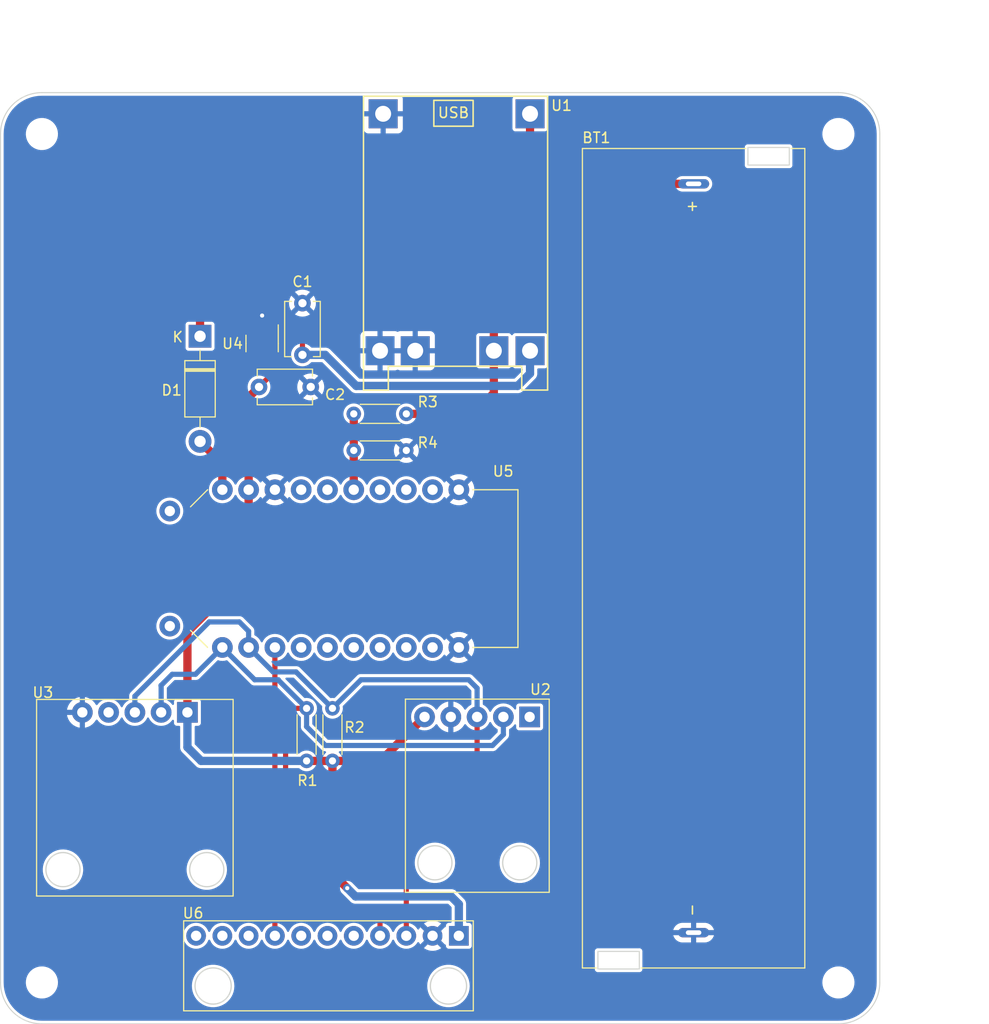
<source format=kicad_pcb>
(kicad_pcb (version 20211014) (generator pcbnew)
  (layers (0 "F.Cu" signal) (31 "B.Cu" power) (34 "B.Paste" user) (35 "F.Paste" user) (36 "B.SilkS" user "B.Silkscreen") (37 "F.SilkS" user "F.Silkscreen") (38 "B.Mask" user) (39 "F.Mask" user) (44 "Edge.Cuts" user))
  (net 0 "")
  (net 1 "VCC")
  (net 2 "GND")
  (net 3 "+3V0")
  (net 4 "Net-(D1-Pad1)")
  (net 5 "VBUS")
  (net 6 "/VBAT")
  (net 7 "/SDA")
  (net 8 "/SCL")
  (net 9 "Net-(R3-Pad2)")
  (net 15 "/INT1")
  (footprint "MountingHole:MountingHole_2.5mm" (layer "F.Cu") (at 91.212 135.954)
    (fp_text reference "H4" hide)
    (fp_text value "MountingHole" hide)
    (pad "" np_thru_hole circle (at 0 0) (size 2.5 2.5) (drill 2.5) (layers F&B.Cu *.Mask))
  )
  (footprint "MountingHole:MountingHole_2.5mm" (layer "F.Cu") (at 91.212 53.954)
    (fp_text reference "H1" hide)
    (fp_text value "MountingHole" hide)
    (pad "" np_thru_hole circle (at 0 0) (size 2.5 2.5) (drill 2.5) (layers F&B.Cu *.Mask))
  )
  (footprint "Capacitor_THT:C_Disc_D5.1mm_W3.2mm_P5.00mm" (layer "F.Cu") (at 112.2 78.4)
    (fp_text reference "C2" (at 7.35 0.74) (layer "F.SilkS"))
    (fp_text value "1u")
    (fp_line (start -0.17 -1.721) (end 5.17 -1.721) (layer "F.SilkS") (width 0.12))
    (fp_line (start -0.17 1.055) (end -0.17 1.721) (layer "F.SilkS") (width 0.12))
    (fp_line (start -0.17 -1.721) (end -0.17 -1.055) (layer "F.SilkS") (width 0.12))
    (fp_line (start 5.17 1.055) (end 5.17 1.721) (layer "F.SilkS") (width 0.12))
    (fp_line (start -0.17 1.721) (end 5.17 1.721) (layer "F.SilkS") (width 0.12))
    (fp_line (start 5.17 -1.721) (end 5.17 -1.055) (layer "F.SilkS") (width 0.12))
    (pad "1" thru_hole circle (at 0 0) (size 1.6 1.6) (drill 0.8) (layers F&B.Cu *.Mask) (net 3 "+3V0"))
    (pad "2" thru_hole circle (at 5 0) (size 1.6 1.6) (drill 0.8) (layers F&B.Cu *.Mask) (net 2 "GND"))
  )
  (footprint "Package_TO_SOT_SMD:SOT-23-5" (layer "F.Cu") (at 112.5 74.2 -90)
    (fp_text reference "U4" (at 0.02 2.86) (layer "F.SilkS"))
    (fp_text value "BU30TD3WG" hide)
    (fp_line (start 0 -1.56) (end -1.8 -1.56) (layer "F.SilkS") (width 0.12))
    (fp_line (start 0 1.56) (end -0.8 1.56) (layer "F.SilkS") (width 0.12))
    (fp_line (start 0 -1.56) (end 0.8 -1.56) (layer "F.SilkS") (width 0.12))
    (fp_line (start 0 1.56) (end 0.8 1.56) (layer "F.SilkS") (width 0.12))
    (pad "1" smd roundrect (at -1.1375 -0.95 270) (size 1.325 0.6) (layers "F.Cu" "F.Paste" "F.Mask") (net 1 "VCC"))
    (pad "2" smd roundrect (at -1.1375 0 270) (size 1.325 0.6) (layers "F.Cu" "F.Paste" "F.Mask") (net 2 "GND"))
    (pad "3" smd roundrect (at -1.1375 0.95 270) (size 1.325 0.6) (layers "F.Cu" "F.Paste" "F.Mask") (net 1 "VCC"))
    (pad "4" smd roundrect (at 1.1375 0.95 270) (size 1.325 0.6) (layers "F.Cu" "F.Paste" "F.Mask"))
    (pad "5" smd roundrect (at 1.1375 -0.95 270) (size 1.325 0.6) (layers "F.Cu" "F.Paste" "F.Mask") (net 3 "+3V0"))
  )
  (footprint "custom:LIS3DH" (layer "F.Cu") (at 132.915 138.695 180)
    (fp_text reference "U6" (at 27.085 9.435 unlocked) (layer "F.SilkS"))
    (fp_text value "LIS3DH")
    (fp_line (start 0 8.7) (end 28 8.7) (layer "F.SilkS") (width 0.12))
    (fp_line (start 28 8.7) (end 28 0) (layer "F.SilkS") (width 0.12))
    (fp_line (start 0 0) (end 0 8.7) (layer "F.SilkS") (width 0.12))
    (fp_line (start 0 0) (end 28 0) (layer "F.SilkS") (width 0.12))
    (fp_circle (center 2.4 2.4) (end 4.15 2.4) (layer "Edge.Cuts") (width 0.12) (fill none))
    (fp_circle (center 25.15 2.4) (end 26.9 2.4) (layer "Edge.Cuts") (width 0.12) (fill none))
    (pad "1" thru_hole rect (at 1.397 7.25 270) (size 1.9 1.9) (drill 1) (layers F&B.Cu *.Mask) (net 3 "+3V0"))
    (pad "2" thru_hole circle (at 3.937 7.25 270) (size 1.9 1.9) (drill 1) (layers F&B.Cu *.Mask) (net 2 "GND"))
    (pad "3" thru_hole circle (at 6.477 7.25 270) (size 1.9 1.9) (drill 1) (layers F&B.Cu *.Mask) (net 8 "/SCL"))
    (pad "4" thru_hole circle (at 9.017 7.25 270) (size 1.9 1.9) (drill 1) (layers F&B.Cu *.Mask) (net 7 "/SDA"))
    (pad "5" thru_hole circle (at 11.557 7.25 270) (size 1.9 1.9) (drill 1) (layers F&B.Cu *.Mask))
    (pad "6" thru_hole circle (at 14.097 7.25 270) (size 1.9 1.9) (drill 1) (layers F&B.Cu *.Mask))
    (pad "7" thru_hole circle (at 16.637 7.25 270) (size 1.9 1.9) (drill 1) (layers F&B.Cu *.Mask))
    (pad "8" thru_hole circle (at 19.177 7.25 270) (size 1.9 1.9) (drill 1) (layers F&B.Cu *.Mask) (net 15 "/INT1"))
    (pad "9" thru_hole circle (at 21.717 7.25 270) (size 1.9 1.9) (drill 1) (layers F&B.Cu *.Mask))
    (pad "10" thru_hole circle (at 24.257 7.25 270) (size 1.9 1.9) (drill 1) (layers F&B.Cu *.Mask))
    (pad "11" thru_hole circle (at 26.797 7.25 270) (size 1.9 1.9) (drill 1) (layers F&B.Cu *.Mask))
  )
  (footprint "custom:BH1750" (layer "F.Cu") (at 140.255 127.2395 180)
    (fp_text reference "U2" (at 0.855 19.5995 unlocked) (layer "F.SilkS"))
    (fp_text value "BH1750")
    (fp_line (start 0 0) (end 0 18.669) (layer "F.SilkS") (width 0.12))
    (fp_line (start 13.9 0) (end 13.9 18.669) (layer "F.SilkS") (width 0.12))
    (fp_line (start 0 0) (end 13.9 0) (layer "F.SilkS") (width 0.12))
    (fp_line (start 0 18.669) (end 13.9 18.669) (layer "F.SilkS") (width 0.12))
    (fp_circle (center 11.05 2.85) (end 12.7 2.85) (layer "Edge.Cuts") (width 0.12) (fill none))
    (fp_circle (center 2.85 2.85) (end 4.5 2.85) (layer "Edge.Cuts") (width 0.12) (fill none))
    (pad "1" thru_hole rect (at 1.893 16.95 270) (size 2 2) (drill 1) (layers F&B.Cu *.Mask))
    (pad "2" thru_hole oval (at 4.433 16.95 270) (size 2 2) (drill 1) (layers F&B.Cu *.Mask) (net 7 "/SDA"))
    (pad "3" thru_hole oval (at 6.973 16.95 270) (size 2 2) (drill 1) (layers F&B.Cu *.Mask) (net 8 "/SCL"))
    (pad "4" thru_hole oval (at 9.513 16.95 270) (size 2 2) (drill 1) (layers F&B.Cu *.Mask) (net 2 "GND"))
    (pad "5" thru_hole oval (at 12.053 16.95 270) (size 2 2) (drill 1) (layers F&B.Cu *.Mask) (net 3 "+3V0"))
  )
  (footprint "custom:KLS5-18650-005" (layer "F.Cu") (at 154.212 94.954 -90)
    (fp_text reference "BT1" (at -40.64 9.398 unlocked) (layer "F.SilkS"))
    (fp_text value "3.7V Li-ion")
    (fp_line (start -39.6 -10.75) (end 39.6 -10.75) (layer "F.SilkS") (width 0.12))
    (fp_line (start -39.6 10.75) (end 39.6 10.75) (layer "F.SilkS") (width 0.12))
    (fp_line (start 39.6 -10.75) (end 39.6 5.08) (layer "F.SilkS") (width 0.12))
    (fp_line (start -39.5986 -5.0546) (end -39.6 10.75) (layer "F.SilkS") (width 0.12))
    (fp_line (start -39.6 -10.75) (end -39.5986 -9.4234) (layer "F.SilkS") (width 0.12))
    (fp_line (start 39.6 9.398) (end 39.6 10.75) (layer "F.SilkS") (width 0.12))
    (fp_rect (start 39.7 9.25) (end 38 5.25) (layer "Edge.Cuts") (width 0.1) (fill none))
    (fp_rect (start -39.7 -9.25) (end -38 -5.25) (layer "Edge.Cuts") (width 0.1) (fill none))
    (pad "1" thru_hole oval (at -36.185 0 270) (size 0.9 3) (drill oval 0.45 1.5) (layers F&B.Cu *.Mask) (net 6 "/VBAT"))
    (pad "2" thru_hole oval (at 36.185 0 270) (size 0.9 3) (drill oval 0.45 1.5) (layers F&B.Cu *.Mask) (net 2 "GND"))
  )
  (footprint "MountingHole:MountingHole_2.5mm" (layer "F.Cu") (at 168.212 135.954)
    (fp_text reference "H3" hide)
    (fp_text value "MountingHole" hide)
    (pad "" np_thru_hole circle (at 0 0) (size 2.5 2.5) (drill 2.5) (layers F&B.Cu *.Mask))
  )
  (footprint "Resistor_THT:R_Axial_DIN0204_L3.6mm_D1.6mm_P5.08mm_Horizontal" (layer "F.Cu") (at 119.3 109.46 -90)
    (fp_text reference "R2" (at 1.84 -2.13) (layer "F.SilkS"))
    (fp_text value "4.7k")
    (fp_line (start 0.62 -0.92) (end 4.46 -0.92) (layer "F.SilkS") (width 0.12))
    (fp_line (start 0.62 0.92) (end 4.46 0.92) (layer "F.SilkS") (width 0.12))
    (pad "1" thru_hole circle (at 0 0 270) (size 1.4 1.4) (drill 0.7) (layers *.Cu *.Mask) (net 8 "/SCL"))
    (pad "2" thru_hole oval (at 5.08 0 270) (size 1.4 1.4) (drill 0.7) (layers *.Cu *.Mask) (net 3 "+3V0"))
  )
  (footprint "MountingHole:MountingHole_2.5mm" (layer "F.Cu") (at 168.212 53.954)
    (fp_text reference "H2" hide)
    (fp_text value "MountingHole" hide)
    (pad "" np_thru_hole circle (at 0 0) (size 2.5 2.5) (drill 2.5) (layers F&B.Cu *.Mask))
  )
  (footprint "Resistor_THT:R_Axial_DIN0204_L3.6mm_D1.6mm_P5.08mm_Horizontal" (layer "F.Cu") (at 126.44 84.536 180)
    (fp_text reference "R4" (at -2.07 0.746 180) (layer "F.SilkS"))
    (fp_text value "100k")
    (fp_line (start 0.62 0.92) (end 4.46 0.92) (layer "F.SilkS") (width 0.12))
    (fp_line (start 0.62 -0.92) (end 4.46 -0.92) (layer "F.SilkS") (width 0.12))
    (pad "1" thru_hole circle (at 0 0 180) (size 1.4 1.4) (drill 0.7) (layers *.Cu *.Mask) (net 2 "GND"))
    (pad "2" thru_hole oval (at 5.08 0 180) (size 1.4 1.4) (drill 0.7) (layers *.Cu *.Mask) (net 9 "Net-(R3-Pad2)"))
  )
  (footprint "Resistor_THT:R_Axial_DIN0204_L3.6mm_D1.6mm_P5.08mm_Horizontal" (layer "F.Cu") (at 126.44 81 180)
    (fp_text reference "R3" (at -2.07 1.15 180) (layer "F.SilkS"))
    (fp_text value "100k")
    (fp_line (start 0.62 0.92) (end 4.46 0.92) (layer "F.SilkS") (width 0.12))
    (fp_line (start 0.62 -0.92) (end 4.46 -0.92) (layer "F.SilkS") (width 0.12))
    (pad "1" thru_hole circle (at 0 0 180) (size 1.4 1.4) (drill 0.7) (layers *.Cu *.Mask) (net 6 "/VBAT"))
    (pad "2" thru_hole oval (at 5.08 0 180) (size 1.4 1.4) (drill 0.7) (layers *.Cu *.Mask) (net 9 "Net-(R3-Pad2)"))
  )
  (footprint "custom:MODULE_NRF52840-DONGLE" (layer "F.Cu") (at 114.212 95.954 180)
    (fp_text reference "U5" (at -21.59 9.398) (layer "F.SilkS"))
    (fp_text value "NRF52840-DONGLE")
    (fp_line (start -23.02 7.62) (end -18.65 7.62) (layer "F.SilkS") (width 0.127))
    (fp_line (start 6.985 -7.62) (end 8.636 -5.969) (layer "F.SilkS") (width 0.12))
    (fp_line (start -23.02 -7.62) (end -23.02 7.62) (layer "F.SilkS") (width 0.127))
    (fp_line (start 6.985 7.62) (end 8.636 5.969) (layer "F.SilkS") (width 0.12))
    (fp_line (start -18.65 -7.62) (end -23.02 -7.62) (layer "F.SilkS") (width 0.127))
    (pad "0.02" thru_hole circle (at -7.145 7.62 180) (size 2 2) (drill 1) (layers F&B.Cu *.Mask) (net 9 "Net-(R3-Pad2)"))
    (pad "0.09" thru_hole circle (at -12.225 -7.62 180) (size 2 2) (drill 1) (layers F&B.Cu *.Mask))
    (pad "0.10" thru_hole circle (at -14.765 -7.62 180) (size 2 2) (drill 1) (layers F&B.Cu *.Mask))
    (pad "0.13" thru_hole circle (at 5.555 -7.62 180) (size 2 2) (drill 1) (layers F&B.Cu *.Mask) (net 7 "/SDA"))
    (pad "0.15" thru_hole circle (at 3.015 -7.62 180) (size 2 2) (drill 1) (layers F&B.Cu *.Mask) (net 8 "/SCL"))
    (pad "0.17" thru_hole circle (at 0.475 -7.62 180) (size 2 2) (drill 1) (layers F&B.Cu *.Mask) (net 15 "/INT1"))
    (pad "0.20" thru_hole circle (at -2.065 -7.62 180) (size 2 2) (drill 1) (layers F&B.Cu *.Mask))
    (pad "0.22" thru_hole circle (at -4.605 -7.62 180) (size 2 2) (drill 1) (layers F&B.Cu *.Mask))
    (pad "0.24" thru_hole circle (at -7.145 -7.62 180) (size 2 2) (drill 1) (layers F&B.Cu *.Mask))
    (pad "0.29" thru_hole circle (at -4.605 7.62 180) (size 2 2) (drill 1) (layers F&B.Cu *.Mask))
    (pad "0.31" thru_hole circle (at -2.065 7.62 180) (size 2 2) (drill 1) (layers F&B.Cu *.Mask))
    (pad "1.00" thru_hole circle (at -9.685 -7.62 180) (size 2 2) (drill 1) (layers F&B.Cu *.Mask))
    (pad "1.10" thru_hole circle (at -14.765 7.62 180) (size 2 2) (drill 1) (layers F&B.Cu *.Mask))
    (pad "1.13" thru_hole circle (at -12.225 7.62 180) (size 2 2) (drill 1) (layers F&B.Cu *.Mask))
    (pad "1.15" thru_hole circle (at -9.685 7.62 180) (size 2 2) (drill 1) (layers F&B.Cu *.Mask))
    (pad "G1" thru_hole circle (at -17.305 -7.62 180) (size 2 2) (drill 1) (layers F&B.Cu *.Mask) (net 2 "GND"))
    (pad "G2" thru_hole circle (at -17.305 7.62 180) (size 2 2) (drill 1) (layers F&B.Cu *.Mask) (net 2 "GND"))
    (pad "G3" thru_hole circle (at 0.475 7.62 180) (size 2 2) (drill 1) (layers F&B.Cu *.Mask) (net 2 "GND"))
    (pad "OUT" thru_hole circle (at 3.015 7.62 180) (size 2 2) (drill 1) (layers F&B.Cu *.Mask) (net 3 "+3V0"))
    (pad "SWDCLK" thru_hole circle (at 10.635 5.56 180) (size 2 2) (drill 1) (layers F&B.Cu *.Mask))
    (pad "SWDIO" thru_hole circle (at 10.635 -5.56 180) (size 2 2) (drill 1) (layers F&B.Cu *.Mask))
    (pad "VBUS" thru_hole circle (at 5.555 7.62 180) (size 2 2) (drill 1) (layers F&B.Cu *.Mask) (net 5 "VBUS"))
  )
  (footprint "custom:BME688" (layer "F.Cu") (at 100.2 118.1 180)
    (fp_text reference "U3" (at 8.89 10.16 unlocked) (layer "F.SilkS"))
    (fp_text value "BME688")
    (fp_line (start -9.5 -9.5) (end -9.5 9.5) (layer "F.SilkS") (width 0.12))
    (fp_line (start -9.5 9.5) (end 9.5 9.5) (layer "F.SilkS") (width 0.12))
    (fp_line (start -9.5 -9.5) (end 9.5 -9.5) (layer "F.SilkS") (width 0.12))
    (fp_line (start 9.5 -9.5) (end 9.5 9.5) (layer "F.SilkS") (width 0.12))
    (fp_circle (center 6.95 -6.95) (end 8.6 -6.95) (layer "Edge.Cuts") (width 0.12) (fill none))
    (fp_circle (center -6.95 -6.95) (end -5.3 -6.95) (layer "Edge.Cuts") (width 0.12) (fill none))
    (pad "1" thru_hole rect (at -5.08 8.25 270) (size 2 2) (drill 1) (layers F&B.Cu *.Mask) (net 3 "+3V0"))
    (pad "2" thru_hole oval (at -2.54 8.25 270) (size 2 2) (drill 1) (layers F&B.Cu *.Mask) (net 7 "/SDA"))
    (pad "3" thru_hole oval (at 0 8.25 270) (size 2 2) (drill 1) (layers F&B.Cu *.Mask) (net 8 "/SCL"))
    (pad "4" thru_hole oval (at 2.54 8.25 270) (size 2 2) (drill 1) (layers F&B.Cu *.Mask))
    (pad "5" thru_hole oval (at 5.08 8.25 270) (size 2 2) (drill 1) (layers F&B.Cu *.Mask) (net 2 "GND"))
  )
  (footprint "custom:TP4056-18650" (layer "F.Cu") (at 140.1 50.3 -90)
    (fp_text reference "U1" (at 0.9045 -1.3475) (layer "F.SilkS"))
    (fp_text value "TP4056")
    (fp_text user "USB" (at 1.6 9.1) (layer "F.SilkS"))
    (fp_line (start 28.4 15.4) (end 28.4 15.7) (layer "F.SilkS") (width 0.15))
    (fp_line (start 26.1 2.5) (end 26.1 15.4) (layer "F.SilkS") (width 0.15))
    (fp_line (start 2.9 11) (end 0.4 11) (layer "F.SilkS") (width 0.15))
    (fp_line (start 0.4 7.2) (end 2.9 7.2) (layer "F.SilkS") (width 0.15))
    (fp_line (start 28.4 17.8) (end 0 17.8) (layer "F.SilkS") (width 0.15))
    (fp_line (start 26.3 0) (end 28.4 0) (layer "F.SilkS") (width 0.15))
    (fp_line (start 0 0) (end 26.3 0) (layer "F.SilkS") (width 0.15))
    (fp_line (start 28.4 0) (end 28.4 2.5) (layer "F.SilkS") (width 0.15))
    (fp_line (start 28.4 2.5) (end 26.1 2.5) (layer "F.SilkS") (width 0.15))
    (fp_line (start 28.4 15.7) (end 28.4 17.8) (layer "F.SilkS") (width 0.15))
    (fp_line (start 2.9 7.2) (end 2.9 11) (layer "F.SilkS") (width 0.15))
    (fp_line (start 26.1 15.4) (end 26.4 15.4) (layer "F.SilkS") (width 0.15))
    (fp_line (start 0 17.8) (end 0 0) (layer "F.SilkS") (width 0.15))
    (fp_line (start 26.3 15.4) (end 28.4 15.4) (layer "F.SilkS") (width 0.15))
    (fp_line (start 0.4 11) (end 0.4 7.3) (layer "F.SilkS") (width 0.15))
    (pad "1" thru_hole rect (at 1.7 1.7 270) (size 2.8 2.8) (drill 1.54) (layers F&B.Cu *.Mask) (net 4 "Net-(D1-Pad1)"))
    (pad "2" thru_hole rect (at 1.7 15.9 270) (size 2.8 2.8) (drill 1.54) (layers F&B.Cu *.Mask) (net 2 "GND"))
    (pad "3" thru_hole rect (at 24.6 1.7 270) (size 2.8 2.8) (drill 1.54) (layers F&B.Cu *.Mask) (net 1 "VCC"))
    (pad "4" thru_hole rect (at 24.6 5.2 270) (size 2.8 2.8) (drill 1.54) (layers F&B.Cu *.Mask) (net 6 "/VBAT"))
    (pad "5" thru_hole rect (at 24.6 12.8 270) (size 2.8 2.8) (drill 1.54) (layers F&B.Cu *.Mask) (net 2 "GND"))
    (pad "6" thru_hole rect (at 24.6 16.2 270) (size 2.8 2.8) (drill 1.54) (layers F&B.Cu *.Mask) (net 2 "GND"))
  )
  (footprint "Capacitor_THT:C_Disc_D5.1mm_W3.2mm_P5.00mm" (layer "F.Cu") (at 116.4 75.3 90)
    (fp_text reference "C1" (at 7.072 0) (layer "F.SilkS"))
    (fp_text value "1u")
    (fp_line (start -0.17 1.721) (end 5.17 1.721) (layer "F.SilkS") (width 0.12))
    (fp_line (start 5.17 -1.721) (end 5.17 -1.055) (layer "F.SilkS") (width 0.12))
    (fp_line (start -0.17 -1.721) (end 5.17 -1.721) (layer "F.SilkS") (width 0.12))
    (fp_line (start -0.17 -1.721) (end -0.17 -1.055) (layer "F.SilkS") (width 0.12))
    (fp_line (start 5.17 1.055) (end 5.17 1.721) (layer "F.SilkS") (width 0.12))
    (fp_line (start -0.17 1.055) (end -0.17 1.721) (layer "F.SilkS") (width 0.12))
    (pad "1" thru_hole circle (at 0 0 90) (size 1.6 1.6) (drill 0.8) (layers F&B.Cu *.Mask) (net 1 "VCC"))
    (pad "2" thru_hole circle (at 5 0 90) (size 1.6 1.6) (drill 0.8) (layers F&B.Cu *.Mask) (net 2 "GND"))
  )
  (footprint "Resistor_THT:R_Axial_DIN0204_L3.6mm_D1.6mm_P5.08mm_Horizontal" (layer "F.Cu") (at 116.8 114.54 90)
    (fp_text reference "R1" (at -1.9 0.08 180) (layer "F.SilkS"))
    (fp_text value "4.7k")
    (fp_line (start 0.62 0.92) (end 4.46 0.92) (layer "F.SilkS") (width 0.12))
    (fp_line (start 0.62 -0.92) (end 4.46 -0.92) (layer "F.SilkS") (width 0.12))
    (pad "1" thru_hole circle (at 0 0 90) (size 1.4 1.4) (drill 0.7) (layers *.Cu *.Mask) (net 3 "+3V0"))
    (pad "2" thru_hole oval (at 5.08 0 90) (size 1.4 1.4) (drill 0.7) (layers *.Cu *.Mask) (net 7 "/SDA"))
  )
  (footprint "Diode_THT:D_DO-41_SOD81_P10.16mm_Horizontal" (layer "F.Cu") (at 106.5 73.5 -90)
    (fp_text reference "D1" (at 5.22 2.74) (layer "F.SilkS"))
    (fp_text value "1N5817" hide)
    (fp_text user "K" (at 0.08 2.16) (layer "F.SilkS"))
    (fp_line (start 1.34 0) (end 2.36 0) (layer "F.SilkS") (width 0.12))
    (fp_line (start 7.8 1.47) (end 7.8 -1.47) (layer "F.SilkS") (width 0.12))
    (fp_line (start 3.14 -1.47) (end 3.14 1.47) (layer "F.SilkS") (width 0.12))
    (fp_line (start 2.36 -1.47) (end 2.36 1.47) (layer "F.SilkS") (width 0.12))
    (fp_line (start 3.38 -1.47) (end 3.38 1.47) (layer "F.SilkS") (width 0.12))
    (fp_line (start 3.26 -1.47) (end 3.26 1.47) (layer "F.SilkS") (width 0.12))
    (fp_line (start 2.36 1.47) (end 7.8 1.47) (layer "F.SilkS") (width 0.12))
    (fp_line (start 8.82 0) (end 7.8 0) (layer "F.SilkS") (width 0.12))
    (fp_line (start 7.8 -1.47) (end 2.36 -1.47) (layer "F.SilkS") (width 0.12))
    (pad "1" thru_hole rect (at 0 0 270) (size 2.2 2.2) (drill 1.1) (layers F&B.Cu *.Mask) (net 4 "Net-(D1-Pad1)"))
    (pad "2" thru_hole oval (at 10.16 0 270) (size 2.2 2.2) (drill 1.1) (layers F&B.Cu *.Mask) (net 5 "VBUS"))
  )
  (gr_arc (start 87.212 53.954) (mid 88.383573 51.125573) (end 91.212 49.954) (layer "Edge.Cuts") (width 0.1))
  (gr_arc (start 168.212 49.954) (mid 171.040427 51.125573) (end 172.212 53.954) (layer "Edge.Cuts") (width 0.1))
  (gr_line (start 172.212 53.954) (end 172.212 135.954) (layer "Edge.Cuts") (width 0.1))
  (gr_arc (start 172.212 135.954) (mid 171.040427 138.782427) (end 168.212 139.954) (layer "Edge.Cuts") (width 0.1))
  (gr_line (start 87.212 53.954) (end 87.212 135.954) (layer "Edge.Cuts") (width 0.1))
  (gr_line (start 91.212 49.954) (end 168.212 49.954) (layer "Edge.Cuts") (width 0.1))
  (gr_line (start 168.212 139.954) (end 91.212 139.954) (layer "Edge.Cuts") (width 0.1))
  (gr_arc (start 91.212 139.954) (mid 88.383573 138.782427) (end 87.212 135.954) (layer "Edge.Cuts") (width 0.1))
  (gr_text "v1.0" (at 98.11 53.09) (layer "F.Cu") (effects (font (size 1.5 1.5) (thickness 0.3))))
  (gr_text "+" (at 154.024 60.954 90) (layer "F.SilkS") (effects (font (size 1 1))))
  (gr_text "-\n" (at 154.024 128.954 90) (layer "F.SilkS") (effects (font (size 1 1))))
  (segment (start 116.4 73.7) (end 116.4 75.3) (width 0.5) (layer "F.Cu") (net 1))
  (segment (start 112.1 70.4) (end 112.9 70.4) (width 0.5) (layer "F.Cu") (net 1))
  (segment (start 113.45 70.95) (end 113.45 73.0625) (width 0.5) (layer "F.Cu") (net 1))
  (segment (start 113.45 73.0625) (end 115.7625 73.0625) (width 0.5) (layer "F.Cu") (net 1))
  (segment (start 115.7625 73.0625) (end 116.4 73.7) (width 0.5) (layer "F.Cu") (net 1))
  (segment (start 111.55 73.0625) (end 111.55 70.95) (width 0.5) (layer "F.Cu") (net 1))
  (segment (start 111.55 70.95) (end 112.1 70.4) (width 0.5) (layer "F.Cu") (net 1))
  (segment (start 112.9 70.4) (end 113.45 70.95) (width 0.5) (layer "F.Cu") (net 1))
  (segment (start 138.4 74.9) (end 138.4 77.1) (width 0.8) (layer "B.Cu") (net 1))
  (segment (start 137.2 78.3) (end 121.6 78.3) (width 0.8) (layer "B.Cu") (net 1))
  (segment (start 121.6 78.3) (end 118.6 75.3) (width 0.8) (layer "B.Cu") (net 1))
  (segment (start 118.6 75.3) (end 116.4 75.3) (width 0.8) (layer "B.Cu") (net 1))
  (segment (start 138.4 77.1) (end 137.2 78.3) (width 0.8) (layer "B.Cu") (net 1))
  (segment (start 112.5 73.0625) (end 112.5 71.5) (width 0.5) (layer "F.Cu") (net 2))
  (via (at 112.5 71.5) (size 0.8) (drill 0.4) (layers "F.Cu" "B.Cu") (net 2))
  (segment (start 111.197 88.334) (end 111.197 79.403) (width 0.8) (layer "F.Cu") (net 3))
  (segment (start 111.197 79.403) (end 112.2 78.4) (width 0.8) (layer "F.Cu") (net 3))
  (segment (start 128.202 110.2895) (end 123.9515 114.54) (width 0.8) (layer "F.Cu") (net 3))
  (segment (start 107.29 100.063742) (end 105.28 102.073742) (width 0.8) (layer "F.Cu") (net 3))
  (segment (start 105.28 102.073742) (end 105.28 109.85) (width 0.8) (layer "F.Cu") (net 3))
  (segment (start 119.3 125.41) (end 120.73 126.84) (width 0.8) (layer "F.Cu") (net 3))
  (segment (start 107.29 94.16) (end 107.29 100.063742) (width 0.8) (layer "F.Cu") (net 3))
  (segment (start 113.45 75.3375) (end 113.45 77.15) (width 0.5) (layer "F.Cu") (net 3))
  (segment (start 119.3 114.54) (end 119.3 125.41) (width 0.8) (layer "F.Cu") (net 3))
  (segment (start 113.45 77.15) (end 112.2 78.4) (width 0.5) (layer "F.Cu") (net 3))
  (segment (start 123.9515 114.54) (end 119.3 114.54) (width 0.8) (layer "F.Cu") (net 3))
  (segment (start 116.8 114.54) (end 119.3 114.54) (width 0.8) (layer "F.Cu") (net 3))
  (segment (start 111.197 88.334) (end 111.197 90.253) (width 0.8) (layer "F.Cu") (net 3))
  (segment (start 111.197 90.253) (end 107.29 94.16) (width 0.8) (layer "F.Cu") (net 3))
  (via (at 120.73 126.84) (size 0.8) (drill 0.4) (layers "F.Cu" "B.Cu") (net 3))
  (segment (start 116.8 114.54) (end 106.6 114.54) (width 0.8) (layer "B.Cu") (net 3))
  (segment (start 106.6 114.54) (end 105.28 113.22) (width 0.8) (layer "B.Cu") (net 3))
  (segment (start 121.53 127.64) (end 130.77 127.64) (width 0.8) (layer "B.Cu") (net 3))
  (segment (start 105.28 113.22) (end 105.28 109.85) (width 0.8) (layer "B.Cu") (net 3))
  (segment (start 131.518 128.388) (end 131.518 131.445) (width 0.8) (layer "B.Cu") (net 3))
  (segment (start 120.73 126.84) (end 121.53 127.64) (width 0.8) (layer "B.Cu") (net 3))
  (segment (start 130.77 127.64) (end 131.518 128.388) (width 0.8) (layer "B.Cu") (net 3))
  (segment (start 108.8 57.7) (end 136.3 57.7) (width 0.8) (layer "F.Cu") (net 4))
  (segment (start 138.4 55.6) (end 138.4 52) (width 0.8) (layer "F.Cu") (net 4))
  (segment (start 106.5 60) (end 108.8 57.7) (width 0.8) (layer "F.Cu") (net 4))
  (segment (start 136.3 57.7) (end 138.4 55.6) (width 0.8) (layer "F.Cu") (net 4))
  (segment (start 106.5 73.5) (end 106.5 60) (width 0.8) (layer "F.Cu") (net 4))
  (segment (start 108.657 85.817) (end 106.5 83.66) (width 0.8) (layer "F.Cu") (net 5))
  (segment (start 108.657 88.334) (end 108.657 85.817) (width 0.8) (layer "F.Cu") (net 5))
  (segment (start 137.831 58.769) (end 134.9 61.7) (width 0.8) (layer "F.Cu") (net 6))
  (segment (start 126.44 81) (end 132.9 81) (width 0.8) (layer "F.Cu") (net 6))
  (segment (start 132.9 81) (end 134.9 79) (width 0.8) (layer "F.Cu") (net 6))
  (segment (start 154.212 58.769) (end 137.831 58.769) (width 0.8) (layer "F.Cu") (net 6))
  (segment (start 134.9 61.7) (end 134.9 74.9) (width 0.8) (layer "F.Cu") (net 6))
  (segment (start 134.9 79) (end 134.9 74.9) (width 0.8) (layer "F.Cu") (net 6))
  (segment (start 123.898 129.408) (end 123.898 131.445) (width 0.5) (layer "F.Cu") (net 7))
  (segment (start 116.14 128.75) (end 123.24 128.75) (width 0.5) (layer "F.Cu") (net 7))
  (segment (start 115.39 109.46) (end 114.77 110.08) (width 0.5) (layer "F.Cu") (net 7))
  (segment (start 114.77 110.08) (end 114.77 127.38) (width 0.5) (layer "F.Cu") (net 7))
  (segment (start 123.24 128.75) (end 123.898 129.408) (width 0.5) (layer "F.Cu") (net 7))
  (segment (start 116.8 109.46) (end 115.39 109.46) (width 0.5) (layer "F.Cu") (net 7))
  (segment (start 114.77 127.38) (end 116.14 128.75) (width 0.5) (layer "F.Cu") (net 7))
  (segment (start 116.8 111.23) (end 118.62 113.05) (width 0.5) (layer "B.Cu") (net 7))
  (segment (start 102.73 107.25) (end 102.74 107.26) (width 0.5) (layer "B.Cu") (net 7))
  (segment (start 106.061 106.17) (end 103.81 106.17) (width 0.5) (layer "B.Cu") (net 7))
  (segment (start 116.8 109.46) (end 114.07 106.73) (width 0.5) (layer "B.Cu") (net 7))
  (segment (start 111.783 106.7) (end 114.07 106.7) (width 0.5) (layer "B.Cu") (net 7))
  (segment (start 103.81 106.17) (end 102.73 107.25) (width 0.5) (layer "B.Cu") (net 7))
  (segment (start 135.822 111.998) (end 135.822 110.2895) (width 0.5) (layer "B.Cu") (net 7))
  (segment (start 114.07 106.73) (end 114.07 106.7) (width 0.5) (layer "B.Cu") (net 7))
  (segment (start 118.62 113.05) (end 134.77 113.05) (width 0.5) (layer "B.Cu") (net 7))
  (segment (start 116.8 109.46) (end 116.8 111.23) (width 0.5) (layer "B.Cu") (net 7))
  (segment (start 108.657 103.574) (end 106.061 106.17) (width 0.5) (layer "B.Cu") (net 7))
  (segment (start 108.657 103.574) (end 111.783 106.7) (width 0.5) (layer "B.Cu") (net 7))
  (segment (start 102.74 107.26) (end 102.74 109.85) (width 0.5) (layer "B.Cu") (net 7))
  (segment (start 134.77 113.05) (end 135.822 111.998) (width 0.5) (layer "B.Cu") (net 7))
  (segment (start 127.46 117.4) (end 126.438 118.422) (width 0.5) (layer "F.Cu") (net 8))
  (segment (start 133.282 115.668) (end 131.55 117.4) (width 0.5) (layer "F.Cu") (net 8))
  (segment (start 126.438 118.422) (end 126.438 131.445) (width 0.5) (layer "F.Cu") (net 8))
  (segment (start 133.282 110.2895) (end 133.282 115.668) (width 0.5) (layer "F.Cu") (net 8))
  (segment (start 131.55 117.4) (end 127.46 117.4) (width 0.5) (layer "F.Cu") (net 8))
  (segment (start 111.197 103.574) (end 113.563 105.94) (width 0.5) (layer "B.Cu") (net 8))
  (segment (start 107.38 101.11) (end 100.2 108.29) (width 0.5) (layer "B.Cu") (net 8))
  (segment (start 115.78 105.94) (end 119.3 109.46) (width 0.5) (layer "B.Cu") (net 8))
  (segment (start 132.47 106.7) (end 133.282 107.512) (width 0.5) (layer "B.Cu") (net 8))
  (segment (start 133.282 107.512) (end 133.282 110.2895) (width 0.5) (layer "B.Cu") (net 8))
  (segment (start 100.2 108.29) (end 100.2 109.85) (width 0.5) (layer "B.Cu") (net 8))
  (segment (start 113.563 105.94) (end 115.78 105.94) (width 0.5) (layer "B.Cu") (net 8))
  (segment (start 119.3 109.46) (end 122.06 106.7) (width 0.5) (layer "B.Cu") (net 8))
  (segment (start 111.197 102.007) (end 110.3 101.11) (width 0.5) (layer "B.Cu") (net 8))
  (segment (start 122.06 106.7) (end 132.47 106.7) (width 0.5) (layer "B.Cu") (net 8))
  (segment (start 111.197 103.574) (end 111.197 102.007) (width 0.5) (layer "B.Cu") (net 8))
  (segment (start 110.3 101.11) (end 107.38 101.11) (width 0.5) (layer "B.Cu") (net 8))
  (segment (start 121.357 84.539) (end 121.36 84.536) (width 0.8) (layer "F.Cu") (net 9))
  (segment (start 121.36 81) (end 121.36 84.536) (width 0.8) (layer "F.Cu") (net 9))
  (segment (start 121.357 88.334) (end 121.357 84.539) (width 0.8) (layer "F.Cu") (net 9))
  (segment (start 113.737 131.444) (end 113.738 131.445) (width 0.5) (layer "F.Cu") (net 15))
  (segment (start 113.737 103.574) (end 113.737 131.444) (width 0.5) (layer "F.Cu") (net 15))
  (zone (net 2) (net_name "GND") (layer "B.Cu") (connect_pads (clearance 0.3)) (min_thickness 0.2) (fill yes (thermal_gap 0.5) (thermal_bridge_width 0.5))
    (polygon (pts (xy 172.212 139.954) (xy 87.212 139.954) (xy 87.212 49.954) (xy 172.212 49.954)))
  )
)
</source>
